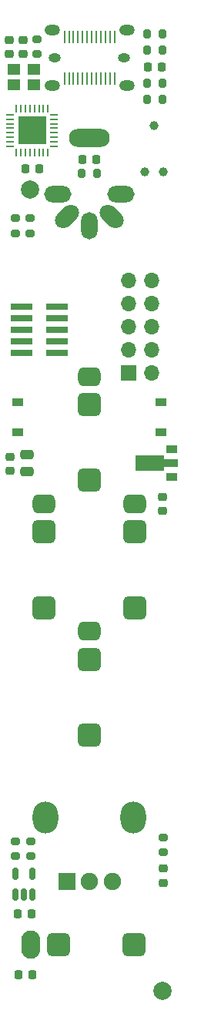
<source format=gbr>
%TF.GenerationSoftware,KiCad,Pcbnew,6.0.11-2627ca5db0~126~ubuntu22.04.1*%
%TF.CreationDate,2024-03-30T06:54:33+01:00*%
%TF.ProjectId,OTBreakOutV1,4f544272-6561-46b4-9f75-7456312e6b69,rev?*%
%TF.SameCoordinates,Original*%
%TF.FileFunction,Soldermask,Top*%
%TF.FilePolarity,Negative*%
%FSLAX46Y46*%
G04 Gerber Fmt 4.6, Leading zero omitted, Abs format (unit mm)*
G04 Created by KiCad (PCBNEW 6.0.11-2627ca5db0~126~ubuntu22.04.1) date 2024-03-30 06:54:33*
%MOMM*%
%LPD*%
G01*
G04 APERTURE LIST*
G04 Aperture macros list*
%AMRoundRect*
0 Rectangle with rounded corners*
0 $1 Rounding radius*
0 $2 $3 $4 $5 $6 $7 $8 $9 X,Y pos of 4 corners*
0 Add a 4 corners polygon primitive as box body*
4,1,4,$2,$3,$4,$5,$6,$7,$8,$9,$2,$3,0*
0 Add four circle primitives for the rounded corners*
1,1,$1+$1,$2,$3*
1,1,$1+$1,$4,$5*
1,1,$1+$1,$6,$7*
1,1,$1+$1,$8,$9*
0 Add four rect primitives between the rounded corners*
20,1,$1+$1,$2,$3,$4,$5,0*
20,1,$1+$1,$4,$5,$6,$7,0*
20,1,$1+$1,$6,$7,$8,$9,0*
20,1,$1+$1,$8,$9,$2,$3,0*%
%AMHorizOval*
0 Thick line with rounded ends*
0 $1 width*
0 $2 $3 position (X,Y) of the first rounded end (center of the circle)*
0 $4 $5 position (X,Y) of the second rounded end (center of the circle)*
0 Add line between two ends*
20,1,$1,$2,$3,$4,$5,0*
0 Add two circle primitives to create the rounded ends*
1,1,$1,$2,$3*
1,1,$1,$4,$5*%
%AMFreePoly0*
4,1,9,3.862500,-0.866500,0.737500,-0.866500,0.737500,-0.450000,-0.737500,-0.450000,-0.737500,0.450000,0.737500,0.450000,0.737500,0.866500,3.862500,0.866500,3.862500,-0.866500,3.862500,-0.866500,$1*%
G04 Aperture macros list end*
%ADD10RoundRect,0.062500X-0.375000X-0.062500X0.375000X-0.062500X0.375000X0.062500X-0.375000X0.062500X0*%
%ADD11RoundRect,0.062500X-0.062500X-0.375000X0.062500X-0.375000X0.062500X0.375000X-0.062500X0.375000X0*%
%ADD12R,3.100000X3.100000*%
%ADD13RoundRect,0.225000X0.225000X0.250000X-0.225000X0.250000X-0.225000X-0.250000X0.225000X-0.250000X0*%
%ADD14RoundRect,0.200000X0.200000X0.275000X-0.200000X0.275000X-0.200000X-0.275000X0.200000X-0.275000X0*%
%ADD15RoundRect,0.650000X0.650000X0.650000X-0.650000X0.650000X-0.650000X-0.650000X0.650000X-0.650000X0*%
%ADD16RoundRect,0.650000X0.600000X0.400000X-0.600000X0.400000X-0.600000X-0.400000X0.600000X-0.400000X0*%
%ADD17R,2.400000X0.740000*%
%ADD18O,2.800000X3.500000*%
%ADD19R,1.900000X1.900000*%
%ADD20C,1.900000*%
%ADD21C,2.000000*%
%ADD22RoundRect,0.225000X-0.225000X-0.250000X0.225000X-0.250000X0.225000X0.250000X-0.225000X0.250000X0*%
%ADD23RoundRect,0.225000X-0.250000X0.225000X-0.250000X-0.225000X0.250000X-0.225000X0.250000X0.225000X0*%
%ADD24RoundRect,0.225000X0.250000X-0.225000X0.250000X0.225000X-0.250000X0.225000X-0.250000X-0.225000X0*%
%ADD25O,4.500000X2.000000*%
%ADD26O,3.000000X1.800000*%
%ADD27O,1.800000X3.000000*%
%ADD28HorizOval,1.800000X0.424264X-0.424264X-0.424264X0.424264X0*%
%ADD29HorizOval,1.800000X0.424264X0.424264X-0.424264X-0.424264X0*%
%ADD30R,0.250000X1.400000*%
%ADD31O,1.700000X1.200000*%
%ADD32O,1.350000X0.950000*%
%ADD33R,1.200000X0.900000*%
%ADD34RoundRect,0.200000X-0.275000X0.200000X-0.275000X-0.200000X0.275000X-0.200000X0.275000X0.200000X0*%
%ADD35R,1.300000X0.900000*%
%ADD36FreePoly0,180.000000*%
%ADD37RoundRect,0.200000X-0.200000X-0.275000X0.200000X-0.275000X0.200000X0.275000X-0.200000X0.275000X0*%
%ADD38RoundRect,0.200000X0.275000X-0.200000X0.275000X0.200000X-0.275000X0.200000X-0.275000X-0.200000X0*%
%ADD39RoundRect,0.250000X0.475000X-0.250000X0.475000X0.250000X-0.475000X0.250000X-0.475000X-0.250000X0*%
%ADD40RoundRect,0.150000X0.150000X-0.512500X0.150000X0.512500X-0.150000X0.512500X-0.150000X-0.512500X0*%
%ADD41R,1.400000X1.200000*%
%ADD42RoundRect,0.650000X-0.650000X0.650000X-0.650000X-0.650000X0.650000X-0.650000X0.650000X0.650000X0*%
%ADD43O,2.100000X3.100000*%
%ADD44C,0.990600*%
%ADD45R,1.700000X1.700000*%
%ADD46O,1.700000X1.700000*%
G04 APERTURE END LIST*
D10*
%TO.C,U1*%
X91262500Y-66750000D03*
X91262500Y-67250000D03*
X91262500Y-67750000D03*
X91262500Y-68250000D03*
X91262500Y-68750000D03*
X91262500Y-69250000D03*
X91262500Y-69750000D03*
X91262500Y-70250000D03*
D11*
X91950000Y-70937500D03*
X92450000Y-70937500D03*
X92950000Y-70937500D03*
X93450000Y-70937500D03*
X93950000Y-70937500D03*
X94450000Y-70937500D03*
X94950000Y-70937500D03*
X95450000Y-70937500D03*
D10*
X96137500Y-70250000D03*
X96137500Y-69750000D03*
X96137500Y-69250000D03*
X96137500Y-68750000D03*
X96137500Y-68250000D03*
X96137500Y-67750000D03*
X96137500Y-67250000D03*
X96137500Y-66750000D03*
D11*
X95450000Y-66062500D03*
X94950000Y-66062500D03*
X94450000Y-66062500D03*
X93950000Y-66062500D03*
X93450000Y-66062500D03*
X92950000Y-66062500D03*
X92450000Y-66062500D03*
X91950000Y-66062500D03*
D12*
X93700000Y-68500000D03*
%TD*%
D13*
%TO.C,C11*%
X100775000Y-71700000D03*
X99225000Y-71700000D03*
%TD*%
D14*
%TO.C,R1*%
X108025000Y-63300000D03*
X106375000Y-63300000D03*
%TD*%
D15*
%TO.C,J2*%
X100000000Y-98620000D03*
D16*
X100000000Y-95520000D03*
D15*
X100000000Y-106920000D03*
%TD*%
D17*
%TO.C,J10*%
X92550000Y-87860000D03*
X96450000Y-87860000D03*
X92550000Y-89130000D03*
X96450000Y-89130000D03*
X92550000Y-90400000D03*
X96450000Y-90400000D03*
X92550000Y-91670000D03*
X96450000Y-91670000D03*
X92550000Y-92940000D03*
X96450000Y-92940000D03*
%TD*%
D18*
%TO.C,RV1*%
X95200000Y-144000000D03*
X104800000Y-144000000D03*
D19*
X97500000Y-151000000D03*
D20*
X100000000Y-151000000D03*
X102500000Y-151000000D03*
%TD*%
D21*
%TO.C,FID1*%
X93500000Y-75000000D03*
%TD*%
D22*
%TO.C,C8*%
X92125000Y-154600000D03*
X93675000Y-154600000D03*
%TD*%
D23*
%TO.C,C2*%
X91200000Y-58525000D03*
X91200000Y-60075000D03*
%TD*%
D13*
%TO.C,C3*%
X107975000Y-61500000D03*
X106425000Y-61500000D03*
%TD*%
D24*
%TO.C,C4*%
X108000000Y-110315000D03*
X108000000Y-108765000D03*
%TD*%
D25*
%TO.C,J6*%
X100000000Y-69300000D03*
D26*
X103500000Y-75500000D03*
D27*
X100000000Y-79000000D03*
D26*
X96500000Y-75500000D03*
D28*
X102474874Y-77974874D03*
D29*
X97525126Y-77974874D03*
%TD*%
D22*
%TO.C,C9*%
X92200000Y-161250000D03*
X93750000Y-161250000D03*
%TD*%
D30*
%TO.C,J8*%
X97250000Y-58200000D03*
D31*
X104100000Y-63570000D03*
D32*
X96225000Y-60500000D03*
D31*
X95900000Y-63570000D03*
D32*
X103775000Y-60500000D03*
D31*
X104100000Y-57430000D03*
X95900000Y-57430000D03*
D30*
X97750000Y-58200000D03*
X98250000Y-58200000D03*
X98750000Y-58200000D03*
X99250000Y-58200000D03*
X99750000Y-58200000D03*
X100250000Y-58200000D03*
X100750000Y-58200000D03*
X101250000Y-58200000D03*
X101750000Y-58200000D03*
X102250000Y-58200000D03*
X102750000Y-58200000D03*
X102750000Y-62800000D03*
X102250000Y-62800000D03*
X101750000Y-62800000D03*
X101250000Y-62800000D03*
X100750000Y-62800000D03*
X100250000Y-62800000D03*
X99750000Y-62800000D03*
X99250000Y-62800000D03*
X98750000Y-62800000D03*
X98250000Y-62800000D03*
X97750000Y-62800000D03*
X97250000Y-62800000D03*
%TD*%
D21*
%TO.C,FID2*%
X108000000Y-163000000D03*
%TD*%
D15*
%TO.C,J4*%
X95000000Y-112620000D03*
D16*
X95000000Y-109520000D03*
D15*
X95000000Y-120920000D03*
%TD*%
D33*
%TO.C,D2*%
X107900000Y-101650000D03*
X107900000Y-98350000D03*
%TD*%
D34*
%TO.C,R10*%
X93550000Y-146587500D03*
X93550000Y-148237500D03*
%TD*%
D35*
%TO.C,U2*%
X109060000Y-106530000D03*
D36*
X108972500Y-105030000D03*
D35*
X109060000Y-103530000D03*
%TD*%
D24*
%TO.C,C5*%
X91300000Y-105875000D03*
X91300000Y-104325000D03*
%TD*%
D37*
%TO.C,R12*%
X106375000Y-57900000D03*
X108025000Y-57900000D03*
%TD*%
D38*
%TO.C,R7*%
X108100000Y-147800000D03*
X108100000Y-146150000D03*
%TD*%
D39*
%TO.C,C7*%
X93100000Y-106000000D03*
X93100000Y-104100000D03*
%TD*%
D14*
%TO.C,R2*%
X108025000Y-65100000D03*
X106375000Y-65100000D03*
%TD*%
D15*
%TO.C,J5*%
X100000000Y-126620000D03*
D16*
X100000000Y-123520000D03*
D15*
X100000000Y-134920000D03*
%TD*%
D40*
%TO.C,U3*%
X91850000Y-152437500D03*
X92800000Y-152437500D03*
X93750000Y-152437500D03*
X93750000Y-150162500D03*
X91850000Y-150162500D03*
%TD*%
D24*
%TO.C,C6*%
X108100000Y-151150000D03*
X108100000Y-149600000D03*
%TD*%
D33*
%TO.C,D1*%
X92100000Y-101650000D03*
X92100000Y-98350000D03*
%TD*%
D23*
%TO.C,C1*%
X92700000Y-58525000D03*
X92700000Y-60075000D03*
%TD*%
D41*
%TO.C,Y1*%
X91700000Y-63450000D03*
X93900000Y-63450000D03*
X93900000Y-61750000D03*
X91700000Y-61750000D03*
%TD*%
D37*
%TO.C,R13*%
X106375000Y-59700000D03*
X108025000Y-59700000D03*
%TD*%
%TO.C,R11*%
X99175000Y-73200000D03*
X100825000Y-73200000D03*
%TD*%
D38*
%TO.C,R6*%
X93500000Y-79775000D03*
X93500000Y-78125000D03*
%TD*%
D15*
%TO.C,J3*%
X105000000Y-112620000D03*
D16*
X105000000Y-109520000D03*
D15*
X105000000Y-120920000D03*
%TD*%
D22*
%TO.C,C10*%
X92964000Y-72700000D03*
X94514000Y-72700000D03*
%TD*%
D38*
%TO.C,R8*%
X91900000Y-79775000D03*
X91900000Y-78125000D03*
%TD*%
%TO.C,R9*%
X91850000Y-148237500D03*
X91850000Y-146587500D03*
%TD*%
D42*
%TO.C,J1*%
X96620000Y-158000000D03*
D43*
X93520000Y-158000000D03*
D42*
X104920000Y-158000000D03*
%TD*%
D34*
%TO.C,R3*%
X94200000Y-58475000D03*
X94200000Y-60125000D03*
%TD*%
D44*
%TO.C,J9*%
X106084000Y-73040000D03*
X107100000Y-67960000D03*
X108116000Y-73040000D03*
%TD*%
D45*
%TO.C,J7*%
X104350000Y-95160000D03*
D46*
X106890000Y-95160000D03*
X104350000Y-92620000D03*
X106890000Y-92620000D03*
X104350000Y-90080000D03*
X106890000Y-90080000D03*
X104350000Y-87540000D03*
X106890000Y-87540000D03*
X104350000Y-85000000D03*
X106890000Y-85000000D03*
%TD*%
M02*

</source>
